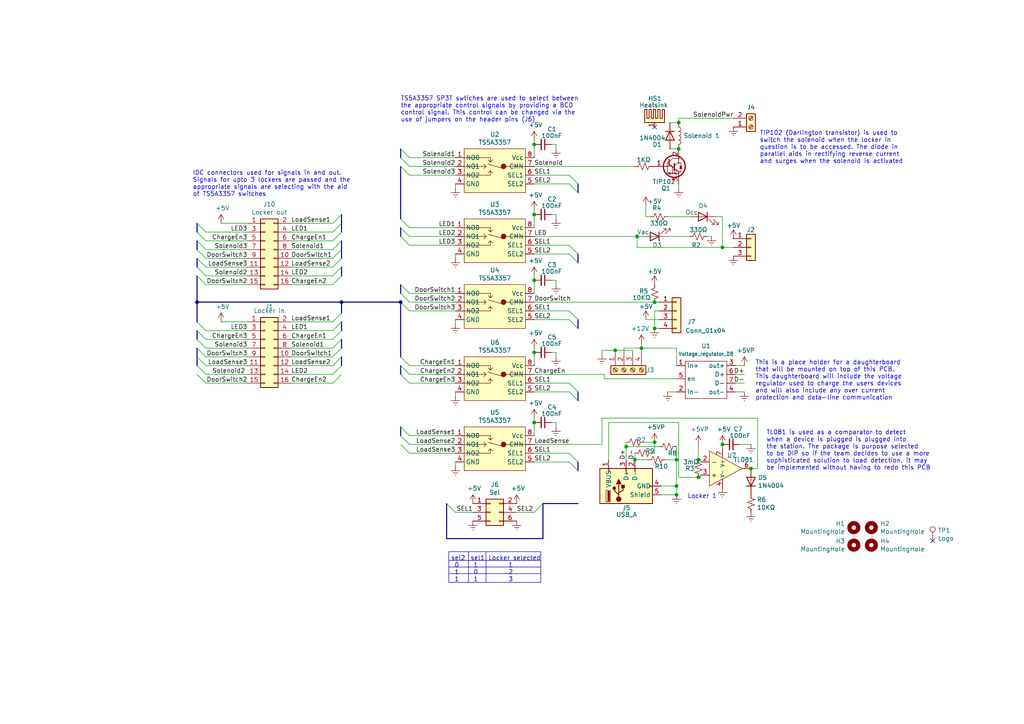
<source format=kicad_sch>
(kicad_sch (version 20200512) (host eeschema "(5.99.0-1662-g9db296991)")
  (page 1 1)
  (paper "A4")
  (title_block (title "Locker DaughterBoard") (date "2020-05-18") (rev "4.0") (company "SlugCharge") (comment 1 "Designer: Aditya Sehgal"))
  (lib_symbols
    (symbol "Connector:Screw_Terminal_01x02" (pin_names hide)
      (property "Reference" "J" (at 0 2.54 0))
      (property "Value" "Screw_Terminal_01x02" (at 0 -5.08 0))
      (symbol "Screw_Terminal_01x02_1_1"
        (pin passive line (at -5.08 0 0) (length 3.81) (name "Pin_1") (number "1"))
        (pin passive line (at -5.08 -2.54 0) (length 3.81) (name "Pin_2") (number "2"))
      )
    )
    (symbol "Connector:Screw_Terminal_01x04" (pin_names hide)
      (property "Reference" "J" (at 0 5.08 0))
      (property "Value" "Screw_Terminal_01x04" (at 0 -7.62 0))
      (symbol "Screw_Terminal_01x04_1_1"
        (pin passive line (at -5.08 2.54 0) (length 3.81) (name "Pin_1") (number "1"))
        (pin passive line (at -5.08 0 0) (length 3.81) (name "Pin_2") (number "2"))
        (pin passive line (at -5.08 -2.54 0) (length 3.81) (name "Pin_3") (number "3"))
        (pin passive line (at -5.08 -5.08 0) (length 3.81) (name "Pin_4") (number "4"))
      )
    )
    (symbol "Connector:TestPoint" (pin_numbers hide) (pin_names (offset 0.762) hide)
      (property "Reference" "TP" (at 0 6.858 0))
      (property "Value" "TestPoint" (at 0 5.08 0))
      (symbol "TestPoint_1_1"
        (pin passive line (at 0 0 90) (length 2.54) (name "1") (number "1"))
      )
    )
    (symbol "Connector:USB_A"
      (property "Reference" "J" (at -5.08 11.43 0))
      (property "Value" "USB_A" (at -5.08 8.89 0))
      (symbol "USB_A_1_1"
        (pin power_in line (at 7.62 5.08 180) (length 2.54) (name "VBUS") (number "1"))
        (pin passive line (at 7.62 -2.54 180) (length 2.54) (name "D-") (number "2"))
        (pin passive line (at 7.62 0 180) (length 2.54) (name "D+") (number "3"))
        (pin power_in line (at 0 -10.16 90) (length 2.54) (name "GND") (number "4"))
        (pin passive line (at -2.54 -10.16 90) (length 2.54) (name "Shield") (number "5"))
      )
    )
    (symbol "Connector_Generic:Conn_01x03" (pin_names hide)
      (property "Reference" "J" (at 0 5.08 0))
      (property "Value" "Conn_01x03" (at 0 -5.08 0))
      (symbol "Conn_01x03_1_1"
        (pin passive line (at -5.08 2.54 0) (length 3.81) (name "Pin_1") (number "1"))
        (pin passive line (at -5.08 0 0) (length 3.81) (name "Pin_2") (number "2"))
        (pin passive line (at -5.08 -2.54 0) (length 3.81) (name "Pin_3") (number "3"))
      )
    )
    (symbol "Connector_Generic:Conn_01x04" (pin_names hide)
      (property "Reference" "J" (at 0 5.08 0))
      (property "Value" "Conn_01x04" (at 0 -7.62 0))
      (symbol "Conn_01x04_1_1"
        (pin passive line (at -5.08 2.54 0) (length 3.81) (name "Pin_1") (number "1"))
        (pin passive line (at -5.08 0 0) (length 3.81) (name "Pin_2") (number "2"))
        (pin passive line (at -5.08 -2.54 0) (length 3.81) (name "Pin_3") (number "3"))
        (pin passive line (at -5.08 -5.08 0) (length 3.81) (name "Pin_4") (number "4"))
      )
    )
    (symbol "Connector_Generic:Conn_02x03_Odd_Even" (pin_names hide)
      (property "Reference" "J" (at 1.27 5.08 0))
      (property "Value" "Conn_02x03_Odd_Even" (at 1.27 -5.08 0))
      (symbol "Conn_02x03_Odd_Even_1_1"
        (pin passive line (at -5.08 2.54 0) (length 3.81) (name "Pin_1") (number "1"))
        (pin passive line (at 7.62 2.54 180) (length 3.81) (name "Pin_2") (number "2"))
        (pin passive line (at -5.08 0 0) (length 3.81) (name "Pin_3") (number "3"))
        (pin passive line (at 7.62 0 180) (length 3.81) (name "Pin_4") (number "4"))
        (pin passive line (at -5.08 -2.54 0) (length 3.81) (name "Pin_5") (number "5"))
        (pin passive line (at 7.62 -2.54 180) (length 3.81) (name "Pin_6") (number "6"))
      )
    )
    (symbol "Connector_Generic:Conn_02x08_Odd_Even" (pin_names hide)
      (property "Reference" "J" (at 1.27 10.16 0))
      (property "Value" "Conn_02x08_Odd_Even" (at 1.27 -12.7 0))
      (symbol "Conn_02x08_Odd_Even_1_1"
        (pin passive line (at -5.08 7.62 0) (length 3.81) (name "Pin_1") (number "1"))
        (pin passive line (at 7.62 -2.54 180) (length 3.81) (name "Pin_10") (number "10"))
        (pin passive line (at -5.08 -5.08 0) (length 3.81) (name "Pin_11") (number "11"))
        (pin passive line (at 7.62 -5.08 180) (length 3.81) (name "Pin_12") (number "12"))
        (pin passive line (at -5.08 -7.62 0) (length 3.81) (name "Pin_13") (number "13"))
        (pin passive line (at 7.62 -7.62 180) (length 3.81) (name "Pin_14") (number "14"))
        (pin passive line (at -5.08 -10.16 0) (length 3.81) (name "Pin_15") (number "15"))
        (pin passive line (at 7.62 -10.16 180) (length 3.81) (name "Pin_16") (number "16"))
        (pin passive line (at 7.62 7.62 180) (length 3.81) (name "Pin_2") (number "2"))
        (pin passive line (at -5.08 5.08 0) (length 3.81) (name "Pin_3") (number "3"))
        (pin passive line (at 7.62 5.08 180) (length 3.81) (name "Pin_4") (number "4"))
        (pin passive line (at -5.08 2.54 0) (length 3.81) (name "Pin_5") (number "5"))
        (pin passive line (at 7.62 2.54 180) (length 3.81) (name "Pin_6") (number "6"))
        (pin passive line (at -5.08 0 0) (length 3.81) (name "Pin_7") (number "7"))
        (pin passive line (at 7.62 0 180) (length 3.81) (name "Pin_8") (number "8"))
        (pin passive line (at -5.08 -2.54 0) (length 3.81) (name "Pin_9") (number "9"))
      )
    )
    (symbol "Custom_Symbols:TL081"
      (property "Reference" "U" (at -12.065 12.065 0))
      (property "Value" "TL081" (at -12.065 12.065 0))
      (symbol "TL081_1_1"
        (pin input line (at -2.54 5.715 0) (length 2.54) (name "-") (number "2"))
        (pin input line (at -2.54 1.905 0) (length 2.54) (name "+") (number "3"))
        (pin input line (at 3.81 -1.905 90) (length 2.54) (name "V-") (number "4"))
        (pin input line (at 12.065 3.81 180) (length 2.54) (name "~") (number "6"))
        (pin input line (at 3.81 9.525 270) (length 2.54) (name "V+") (number "7"))
      )
    )
    (symbol "Custom_Symbols:TS5A3357"
      (property "Reference" "U" (at 8.89 11.43 0))
      (property "Value" "TS5A3357" (at 8.89 13.335 0))
      (symbol "TS5A3357_1_1"
        (pin bidirectional line (at -2.54 10.16 0) (length 2.54) (name "NO0") (number "1"))
        (pin bidirectional line (at -2.54 7.62 0) (length 2.54) (name "NO1") (number "2"))
        (pin bidirectional line (at -2.54 5.08 0) (length 2.54) (name "NO2") (number "3"))
        (pin passive line (at -2.54 2.54 0) (length 2.54) (name "GND") (number "4"))
        (pin input line (at 20.32 2.54 180) (length 2.54) (name "SEL2") (number "5"))
        (pin input line (at 20.32 5.08 180) (length 2.54) (name "SEL1") (number "6"))
        (pin bidirectional line (at 20.32 7.62 180) (length 2.54) (name "CMN") (number "7"))
        (pin passive line (at 20.32 10.16 180) (length 2.54) (name "Vcc") (number "8"))
      )
    )
    (symbol "Custom_Symbols_new:Voltage_regulator_DB"
      (property "Reference" "U" (at 5.08 5.08 0))
      (property "Value" "Voltage_regulator_DB" (at 6.35 11.43 0))
      (symbol "Voltage_regulator_DB_1_1"
        (pin power_in line (at -2.54 9.525 0) (length 2.54) (name "in+") (number "1"))
        (pin power_in line (at -2.54 1.905 0) (length 2.54) (name "in-") (number "2"))
        (pin power_in line (at 14.605 9.525 180) (length 2.54) (name "out+") (number "3"))
        (pin power_in line (at 14.605 1.905 180) (length 2.54) (name "out-") (number "4"))
        (pin input line (at -2.54 5.715 0) (length 2.54) (name "en") (number "5"))
        (pin input line (at 14.605 6.985 180) (length 2.54) (name "D+") (number "6"))
        (pin input line (at 14.605 4.445 180) (length 2.54) (name "D-") (number "7"))
      )
    )
    (symbol "Device:C_Small" (pin_numbers hide) (pin_names (offset 0.254) hide)
      (property "Reference" "C" (at 0.254 1.778 0))
      (property "Value" "C_Small" (at 0.254 -2.032 0))
      (symbol "C_Small_1_1"
        (pin passive line (at 0 2.54 270) (length 2.032) (name "~") (number "1"))
        (pin passive line (at 0 -2.54 90) (length 2.032) (name "~") (number "2"))
      )
    )
    (symbol "Device:C_Small_1" (pin_numbers hide) (pin_names (offset 0.254) hide)
      (property "Reference" "C" (at 0.254 1.778 0))
      (property "Value" "C_Small" (at 0.254 -2.032 0))
      (symbol "C_Small_1_1_1"
        (pin passive line (at 0 2.54 270) (length 2.032) (name "~") (number "1"))
        (pin passive line (at 0 -2.54 90) (length 2.032) (name "~") (number "2"))
      )
    )
    (symbol "Device:C_Small_2" (pin_numbers hide) (pin_names (offset 0.254) hide)
      (property "Reference" "C" (at 0.254 1.778 0))
      (property "Value" "C_Small" (at 0.254 -2.032 0))
      (symbol "C_Small_2_1_1"
        (pin passive line (at 0 2.54 270) (length 2.032) (name "~") (number "1"))
        (pin passive line (at 0 -2.54 90) (length 2.032) (name "~") (number "2"))
      )
    )
    (symbol "Device:C_Small_3" (pin_numbers hide) (pin_names (offset 0.254) hide)
      (property "Reference" "C" (at 0.254 1.778 0))
      (property "Value" "C_Small" (at 0.254 -2.032 0))
      (symbol "C_Small_3_1_1"
        (pin passive line (at 0 2.54 270) (length 2.032) (name "~") (number "1"))
        (pin passive line (at 0 -2.54 90) (length 2.032) (name "~") (number "2"))
      )
    )
    (symbol "Device:C_Small_4" (pin_numbers hide) (pin_names (offset 0.254) hide)
      (property "Reference" "C" (at 0.254 1.778 0))
      (property "Value" "C_Small" (at 0.254 -2.032 0))
      (symbol "C_Small_4_1_1"
        (pin passive line (at 0 2.54 270) (length 2.032) (name "~") (number "1"))
        (pin passive line (at 0 -2.54 90) (length 2.032) (name "~") (number "2"))
      )
    )
    (symbol "Device:C_Small_5" (pin_numbers hide) (pin_names (offset 0.254) hide)
      (property "Reference" "C" (at 0.254 1.778 0))
      (property "Value" "C_Small" (at 0.254 -2.032 0))
      (symbol "C_Small_5_1_1"
        (pin passive line (at 0 2.54 270) (length 2.032) (name "~") (number "1"))
        (pin passive line (at 0 -2.54 90) (length 2.032) (name "~") (number "2"))
      )
    )
    (symbol "Device:D" (pin_numbers hide) (pin_names hide)
      (property "Reference" "D" (at 0 2.54 0))
      (property "Value" "D" (at 0 -2.54 0))
      (symbol "D_1_1"
        (pin passive line (at -3.81 0 0) (length 2.54) (name "K") (number "1"))
        (pin passive line (at 3.81 0 180) (length 2.54) (name "A") (number "2"))
      )
    )
    (symbol "Device:L" (pin_numbers hide) (pin_names hide)
      (property "Reference" "L" (at -1.27 0 90))
      (property "Value" "L" (at 1.905 0 90))
      (symbol "L_1_1"
        (pin passive line (at 0 3.81 270) (length 1.27) (name "1") (number "1"))
        (pin passive line (at 0 -3.81 90) (length 1.27) (name "2") (number "2"))
      )
    )
    (symbol "Device:LED" (pin_numbers hide) (pin_names hide)
      (property "Reference" "D" (at 0 2.54 0))
      (property "Value" "LED" (at 0 -2.54 0))
      (symbol "LED_1_1"
        (pin passive line (at -3.81 0 0) (length 2.54) (name "K") (number "1"))
        (pin passive line (at 3.81 0 180) (length 2.54) (name "A") (number "2"))
      )
    )
    (symbol "Device:LED_1" (pin_numbers hide) (pin_names hide)
      (property "Reference" "D" (at 0 2.54 0))
      (property "Value" "LED" (at 0 -2.54 0))
      (symbol "LED_1_1_1"
        (pin passive line (at -3.81 0 0) (length 2.54) (name "K") (number "1"))
        (pin passive line (at 3.81 0 180) (length 2.54) (name "A") (number "2"))
      )
    )
    (symbol "Device:R_Small_US" (pin_numbers hide) (pin_names (offset 0.254) hide)
      (property "Reference" "R" (at 0.762 0.508 0))
      (property "Value" "R_Small_US" (at 0.762 -1.016 0))
      (symbol "R_Small_US_1_1"
        (pin passive line (at 0 2.54 270) (length 1.016) (name "~") (number "1"))
        (pin passive line (at 0 -2.54 90) (length 1.016) (name "~") (number "2"))
      )
    )
    (symbol "Device:R_Small_US_1" (pin_numbers hide) (pin_names (offset 0.254) hide)
      (property "Reference" "R" (at 0.762 0.508 0))
      (property "Value" "R_Small_US" (at 0.762 -1.016 0))
      (symbol "R_Small_US_1_1_1"
        (pin passive line (at 0 2.54 270) (length 1.016) (name "~") (number "1"))
        (pin passive line (at 0 -2.54 90) (length 1.016) (name "~") (number "2"))
      )
    )
    (symbol "Device:R_Small_US_2" (pin_numbers hide) (pin_names (offset 0.254) hide)
      (property "Reference" "R" (at 0.762 0.508 0))
      (property "Value" "R_Small_US" (at 0.762 -1.016 0))
      (symbol "R_Small_US_2_1_1"
        (pin passive line (at 0 2.54 270) (length 1.016) (name "~") (number "1"))
        (pin passive line (at 0 -2.54 90) (length 1.016) (name "~") (number "2"))
      )
    )
    (symbol "Device:R_Small_US_3" (pin_numbers hide) (pin_names (offset 0.254) hide)
      (property "Reference" "R" (at 0.762 0.508 0))
      (property "Value" "R_Small_US" (at 0.762 -1.016 0))
      (symbol "R_Small_US_3_1_1"
        (pin passive line (at 0 2.54 270) (length 1.016) (name "~") (number "1"))
        (pin passive line (at 0 -2.54 90) (length 1.016) (name "~") (number "2"))
      )
    )
    (symbol "Diode:1N4004" (pin_numbers hide) (pin_names hide)
      (property "Reference" "D" (at 0 2.54 0))
      (property "Value" "1N4004" (at 0 -2.54 0))
      (symbol "1N4004_1_1"
        (pin passive line (at -3.81 0 0) (length 2.54) (name "K") (number "1"))
        (pin passive line (at 3.81 0 180) (length 2.54) (name "A") (number "2"))
      )
    )
    (symbol "Mechanical:Heatsink_Pad" (pin_names (offset 0))
      (property "Reference" "HS" (at 0 5.715 0))
      (property "Value" "Heatsink_Pad" (at 0 3.81 0))
      (symbol "Heatsink_Pad_1_1"
        (pin passive line (at 0 -2.54 90) (length 1.27) (name "~") (number "1"))
      )
    )
    (symbol "Mechanical:MountingHole"
      (property "Reference" "H" (at 0 5.08 0))
      (property "Value" "MountingHole" (at 0 3.175 0))
    )
    (symbol "Transistor_BJT:TIP120" (pin_names (offset 0) hide)
      (property "Reference" "Q" (at 5.08 1.905 0))
      (property "Value" "TIP120" (at 5.08 0 0))
      (symbol "TIP120_1_1"
        (pin input line (at -5.08 0 0) (length 3.81) (name "B") (number "1"))
        (pin passive line (at 2.54 5.08 270) (length 2.667) (name "C") (number "2"))
        (pin passive line (at 2.54 -5.08 90) (length 2.54) (name "E") (number "3"))
      )
    )
    (symbol "power:+12V" (power) (pin_names (offset 0))
      (property "Value" "+12V" (at 0 3.556 0))
      (symbol "+12V_1_1"
        (pin power_in line (at 0 0 90) (length 0) (name "+12V") (number "1") hide)
      )
    )
    (symbol "power:+5V" (power) (pin_names (offset 0))
      (property "Value" "+5V" (at 0 3.556 0))
      (symbol "+5V_1_1"
        (pin power_in line (at 0 0 90) (length 0) (name "+5V") (number "1") hide)
      )
    )
    (symbol "power:+5VP" (power) (pin_names (offset 0))
      (property "Value" "+5VP" (at 0 3.556 0))
      (symbol "+5VP_1_1"
        (pin power_in line (at 0 0 90) (length 0) (name "+5VP") (number "1") hide)
      )
    )
    (symbol "power:GNDREF" (power) (pin_names (offset 0))
      (property "Value" "GNDREF" (at 0 -3.81 0))
      (symbol "GNDREF_1_1"
        (pin power_in line (at 0 0 270) (length 0) (name "GNDREF") (number "1") hide)
      )
    )
  )
  (junction (at 154.94 41.91))
  (junction (at 154.94 62.23))
  (junction (at 154.94 81.28))
  (junction (at 154.94 102.235))
  (junction (at 154.94 122.555))
  (junction (at 178.435 101.6))
  (junction (at 181.61 129.54))
  (junction (at 184.15 133.35))
  (junction (at 184.785 68.58))
  (junction (at 186.055 100.965))
  (junction (at 189.865 87.63))
  (junction (at 189.865 95.25))
  (junction (at 189.865 128.27))
  (junction (at 196.215 133.35))
  (junction (at 196.215 140.97))
  (junction (at 196.215 143.51))
  (junction (at 196.85 35.56))
  (junction (at 196.85 43.18))
  (junction (at 202.565 133.35))
  (junction (at 202.565 138.43))
  (junction (at 209.55 71.755))
  (junction (at 209.55 128.905))
  (junction (at 217.805 135.89))
  (junction (at 57.15 87.63))
  (junction (at 99.06 87.63))
  (junction (at 116.205 87.63))
  (no_connect (at 189.865 36.83))
  (no_connect (at 270.51 156.845))
  (bus_entry (at 59.69 67.31) (size -2.54 -2.54))
  (bus_entry (at 59.69 69.85) (size -2.54 -2.54))
  (bus_entry (at 59.69 72.39) (size -2.54 -2.54))
  (bus_entry (at 59.69 74.93) (size -2.54 -2.54))
  (bus_entry (at 59.69 77.47) (size -2.54 -2.54))
  (bus_entry (at 59.69 80.01) (size -2.54 -2.54))
  (bus_entry (at 59.69 82.55) (size -2.54 -2.54))
  (bus_entry (at 59.69 95.885) (size -2.54 -2.54))
  (bus_entry (at 59.69 98.425) (size -2.54 -2.54))
  (bus_entry (at 59.69 100.965) (size -2.54 -2.54))
  (bus_entry (at 59.69 103.505) (size -2.54 -2.54))
  (bus_entry (at 59.69 106.045) (size -2.54 -2.54))
  (bus_entry (at 59.69 108.585) (size -2.54 -2.54))
  (bus_entry (at 59.69 111.125) (size -2.54 -2.54))
  (bus_entry (at 96.52 64.77) (size 2.54 -2.54))
  (bus_entry (at 96.52 67.31) (size 2.54 -2.54))
  (bus_entry (at 96.52 69.85) (size 2.54 -2.54))
  (bus_entry (at 96.52 72.39) (size 2.54 -2.54))
  (bus_entry (at 96.52 74.93) (size 2.54 -2.54))
  (bus_entry (at 96.52 77.47) (size 2.54 -2.54))
  (bus_entry (at 96.52 80.01) (size 2.54 -2.54))
  (bus_entry (at 96.52 82.55) (size 2.54 -2.54))
  (bus_entry (at 96.52 93.345) (size 2.54 -2.54))
  (bus_entry (at 96.52 95.885) (size 2.54 -2.54))
  (bus_entry (at 96.52 98.425) (size 2.54 -2.54))
  (bus_entry (at 96.52 100.965) (size 2.54 -2.54))
  (bus_entry (at 96.52 103.505) (size 2.54 -2.54))
  (bus_entry (at 96.52 106.045) (size 2.54 -2.54))
  (bus_entry (at 96.52 108.585) (size 2.54 -2.54))
  (bus_entry (at 96.52 111.125) (size 2.54 -2.54))
  (bus_entry (at 118.745 45.72) (size -2.54 -2.54))
  (bus_entry (at 118.745 48.26) (size -2.54 -2.54))
  (bus_entry (at 118.745 50.8) (size -2.54 -2.54))
  (bus_entry (at 118.745 66.04) (size -2.54 -2.54))
  (bus_entry (at 118.745 68.58) (size -2.54 -2.54))
  (bus_entry (at 118.745 71.12) (size -2.54 -2.54))
  (bus_entry (at 118.745 85.09) (size -2.54 -2.54))
  (bus_entry (at 118.745 87.63) (size -2.54 -2.54))
  (bus_entry (at 118.745 90.17) (size -2.54 -2.54))
  (bus_entry (at 118.745 106.045) (size -2.54 -2.54))
  (bus_entry (at 118.745 108.585) (size -2.54 -2.54))
  (bus_entry (at 118.745 111.125) (size -2.54 -2.54))
  (bus_entry (at 118.745 126.365) (size -2.54 -2.54))
  (bus_entry (at 118.745 128.905) (size -2.54 -2.54))
  (bus_entry (at 118.745 131.445) (size -2.54 -2.54))
  (bus_entry (at 132.08 148.59) (size -2.54 -2.54))
  (bus_entry (at 154.94 148.59) (size 2.54 -2.54))
  (bus_entry (at 165.1 50.8) (size 2.54 2.54))
  (bus_entry (at 165.1 53.34) (size 2.54 2.54))
  (bus_entry (at 165.1 71.12) (size 2.54 2.54))
  (bus_entry (at 165.1 73.66) (size 2.54 2.54))
  (bus_entry (at 165.1 90.17) (size 2.54 2.54))
  (bus_entry (at 165.1 92.71) (size 2.54 2.54))
  (bus_entry (at 165.1 111.125) (size 2.54 2.54))
  (bus_entry (at 165.1 113.665) (size 2.54 2.54))
  (bus_entry (at 165.1 131.445) (size 2.54 2.54))
  (bus_entry (at 165.1 133.985) (size 2.54 2.54))
  (wire (pts (xy 59.69 69.85) (xy 71.755 69.85)))
  (wire (pts (xy 59.69 72.39) (xy 71.755 72.39)))
  (wire (pts (xy 59.69 74.93) (xy 71.755 74.93)))
  (wire (pts (xy 59.69 77.47) (xy 71.755 77.47)))
  (wire (pts (xy 59.69 80.01) (xy 71.755 80.01)))
  (wire (pts (xy 59.69 82.55) (xy 71.755 82.55)))
  (wire (pts (xy 59.69 98.425) (xy 71.755 98.425)))
  (wire (pts (xy 59.69 100.965) (xy 71.755 100.965)))
  (wire (pts (xy 59.69 103.505) (xy 71.755 103.505)))
  (wire (pts (xy 59.69 106.045) (xy 71.755 106.045)))
  (wire (pts (xy 59.69 108.585) (xy 71.755 108.585)))
  (wire (pts (xy 59.69 111.125) (xy 71.755 111.125)))
  (wire (pts (xy 64.135 64.77) (xy 71.755 64.77)))
  (wire (pts (xy 64.135 93.345) (xy 71.755 93.345)))
  (wire (pts (xy 71.755 67.31) (xy 59.69 67.31)))
  (wire (pts (xy 71.755 95.885) (xy 59.69 95.885)))
  (wire (pts (xy 84.455 64.77) (xy 96.52 64.77)))
  (wire (pts (xy 84.455 67.31) (xy 96.52 67.31)))
  (wire (pts (xy 84.455 69.85) (xy 96.52 69.85)))
  (wire (pts (xy 84.455 72.39) (xy 96.52 72.39)))
  (wire (pts (xy 84.455 74.93) (xy 96.52 74.93)))
  (wire (pts (xy 84.455 77.47) (xy 96.52 77.47)))
  (wire (pts (xy 84.455 80.01) (xy 96.52 80.01)))
  (wire (pts (xy 84.455 82.55) (xy 96.52 82.55)))
  (wire (pts (xy 84.455 93.345) (xy 96.52 93.345)))
  (wire (pts (xy 84.455 95.885) (xy 96.52 95.885)))
  (wire (pts (xy 84.455 98.425) (xy 96.52 98.425)))
  (wire (pts (xy 84.455 100.965) (xy 96.52 100.965)))
  (wire (pts (xy 84.455 103.505) (xy 96.52 103.505)))
  (wire (pts (xy 84.455 106.045) (xy 96.52 106.045)))
  (wire (pts (xy 84.455 108.585) (xy 96.52 108.585)))
  (wire (pts (xy 84.455 111.125) (xy 96.52 111.125)))
  (wire (pts (xy 118.745 45.72) (xy 132.08 45.72)))
  (wire (pts (xy 118.745 48.26) (xy 132.08 48.26)))
  (wire (pts (xy 118.745 50.8) (xy 132.08 50.8)))
  (wire (pts (xy 118.745 66.04) (xy 132.08 66.04)))
  (wire (pts (xy 118.745 68.58) (xy 132.08 68.58)))
  (wire (pts (xy 118.745 71.12) (xy 132.08 71.12)))
  (wire (pts (xy 118.745 85.09) (xy 132.08 85.09)))
  (wire (pts (xy 118.745 87.63) (xy 132.08 87.63)))
  (wire (pts (xy 118.745 90.17) (xy 132.08 90.17)))
  (wire (pts (xy 118.745 106.045) (xy 132.08 106.045)))
  (wire (pts (xy 118.745 108.585) (xy 132.08 108.585)))
  (wire (pts (xy 118.745 111.125) (xy 132.08 111.125)))
  (wire (pts (xy 118.745 126.365) (xy 132.08 126.365)))
  (wire (pts (xy 118.745 128.905) (xy 132.08 128.905)))
  (wire (pts (xy 118.745 131.445) (xy 132.08 131.445)))
  (wire (pts (xy 132.08 53.34) (xy 132.08 54.61)))
  (wire (pts (xy 132.08 73.66) (xy 132.08 74.93)))
  (wire (pts (xy 132.08 92.71) (xy 132.08 93.98)))
  (wire (pts (xy 132.08 113.665) (xy 132.08 114.935)))
  (wire (pts (xy 132.08 133.985) (xy 132.08 135.255)))
  (wire (pts (xy 132.08 148.59) (xy 137.16 148.59)))
  (wire (pts (xy 149.86 148.59) (xy 154.94 148.59)))
  (wire (pts (xy 154.94 40.64) (xy 154.94 41.91)))
  (wire (pts (xy 154.94 41.91) (xy 154.94 45.72)))
  (wire (pts (xy 154.94 48.26) (xy 184.15 48.26)))
  (wire (pts (xy 154.94 50.8) (xy 165.1 50.8)))
  (wire (pts (xy 154.94 53.34) (xy 165.1 53.34)))
  (wire (pts (xy 154.94 60.96) (xy 154.94 62.23)))
  (wire (pts (xy 154.94 62.23) (xy 154.94 66.04)))
  (wire (pts (xy 154.94 68.58) (xy 184.785 68.58)))
  (wire (pts (xy 154.94 71.12) (xy 165.1 71.12)))
  (wire (pts (xy 154.94 73.66) (xy 165.1 73.66)))
  (wire (pts (xy 154.94 80.01) (xy 154.94 81.28)))
  (wire (pts (xy 154.94 81.28) (xy 154.94 85.09)))
  (wire (pts (xy 154.94 87.63) (xy 189.865 87.63)))
  (wire (pts (xy 154.94 90.17) (xy 165.1 90.17)))
  (wire (pts (xy 154.94 92.71) (xy 165.1 92.71)))
  (wire (pts (xy 154.94 100.965) (xy 154.94 102.235)))
  (wire (pts (xy 154.94 102.235) (xy 154.94 106.045)))
  (wire (pts (xy 154.94 108.585) (xy 175.26 108.585)))
  (wire (pts (xy 154.94 111.125) (xy 165.1 111.125)))
  (wire (pts (xy 154.94 113.665) (xy 165.1 113.665)))
  (wire (pts (xy 154.94 121.285) (xy 154.94 122.555)))
  (wire (pts (xy 154.94 122.555) (xy 154.94 126.365)))
  (wire (pts (xy 154.94 128.905) (xy 174.625 128.905)))
  (wire (pts (xy 154.94 131.445) (xy 165.1 131.445)))
  (wire (pts (xy 154.94 133.985) (xy 165.1 133.985)))
  (wire (pts (xy 160.02 41.91) (xy 161.29 41.91)))
  (wire (pts (xy 160.02 62.23) (xy 161.29 62.23)))
  (wire (pts (xy 160.02 81.28) (xy 161.29 81.28)))
  (wire (pts (xy 160.02 102.235) (xy 161.29 102.235)))
  (wire (pts (xy 161.29 41.91) (xy 161.29 43.18)))
  (wire (pts (xy 161.29 62.23) (xy 161.29 63.5)))
  (wire (pts (xy 161.29 81.28) (xy 161.29 82.55)))
  (wire (pts (xy 161.29 102.235) (xy 161.29 103.505)))
  (wire (pts (xy 161.29 122.555) (xy 160.02 122.555)))
  (wire (pts (xy 161.29 123.825) (xy 161.29 122.555)))
  (wire (pts (xy 174.625 101.6) (xy 178.435 101.6)))
  (wire (pts (xy 174.625 102.87) (xy 174.625 101.6)))
  (wire (pts (xy 174.625 121.285) (xy 174.625 128.905)))
  (wire (pts (xy 175.26 108.585) (xy 175.26 109.855)))
  (wire (pts (xy 175.26 109.855) (xy 196.215 109.855)))
  (wire (pts (xy 176.53 122.555) (xy 176.53 133.35)))
  (wire (pts (xy 178.435 101.6) (xy 178.435 102.235)))
  (wire (pts (xy 178.435 101.6) (xy 183.515 101.6)))
  (wire (pts (xy 180.975 100.965) (xy 186.055 100.965)))
  (wire (pts (xy 180.975 102.235) (xy 180.975 100.965)))
  (wire (pts (xy 181.61 128.27) (xy 181.61 129.54)))
  (wire (pts (xy 181.61 129.54) (xy 181.61 133.35)))
  (wire (pts (xy 181.61 129.54) (xy 191.135 129.54)))
  (wire (pts (xy 183.515 101.6) (xy 183.515 102.235)))
  (wire (pts (xy 184.15 131.445) (xy 184.15 133.35)))
  (wire (pts (xy 184.15 133.35) (xy 187.96 133.35)))
  (wire (pts (xy 184.785 68.58) (xy 184.785 71.755)))
  (wire (pts (xy 184.785 68.58) (xy 186.055 68.58)))
  (wire (pts (xy 184.785 71.755) (xy 209.55 71.755)))
  (wire (pts (xy 186.055 99.695) (xy 186.055 100.965)))
  (wire (pts (xy 186.055 100.965) (xy 186.055 102.235)))
  (wire (pts (xy 186.055 100.965) (xy 196.215 100.965)))
  (wire (pts (xy 186.69 128.27) (xy 189.865 128.27)))
  (wire (pts (xy 187.325 59.69) (xy 187.325 62.865)))
  (wire (pts (xy 188.595 62.865) (xy 187.325 62.865)))
  (wire (pts (xy 189.865 87.63) (xy 191.135 87.63)))
  (wire (pts (xy 189.865 90.17) (xy 189.865 95.25)))
  (wire (pts (xy 189.865 128.27) (xy 189.865 131.445)))
  (wire (pts (xy 189.865 131.445) (xy 189.23 131.445)))
  (wire (pts (xy 191.135 90.17) (xy 189.865 90.17)))
  (wire (pts (xy 191.135 92.71) (xy 187.325 92.71)))
  (wire (pts (xy 191.135 95.25) (xy 189.865 95.25)))
  (wire (pts (xy 191.77 140.97) (xy 196.215 140.97)))
  (wire (pts (xy 193.04 133.35) (xy 196.215 133.35)))
  (wire (pts (xy 193.675 68.58) (xy 200.025 68.58)))
  (wire (pts (xy 193.675 113.665) (xy 196.215 113.665)))
  (wire (pts (xy 194.31 35.56) (xy 196.85 35.56)))
  (wire (pts (xy 196.215 100.965) (xy 196.215 106.045)))
  (wire (pts (xy 196.215 129.54) (xy 196.215 133.35)))
  (wire (pts (xy 196.215 133.35) (xy 196.215 140.97)))
  (wire (pts (xy 196.215 140.97) (xy 196.215 143.51)))
  (wire (pts (xy 196.215 143.51) (xy 191.77 143.51)))
  (wire (pts (xy 196.85 34.29) (xy 196.85 35.56)))
  (wire (pts (xy 196.85 34.29) (xy 212.725 34.29)))
  (wire (pts (xy 196.85 43.18) (xy 194.31 43.18)))
  (wire (pts (xy 196.85 53.34) (xy 196.85 54.61)))
  (wire (pts (xy 196.85 122.555) (xy 176.53 122.555)))
  (wire (pts (xy 196.85 138.43) (xy 196.85 122.555)))
  (wire (pts (xy 200.025 62.865) (xy 193.675 62.865)))
  (wire (pts (xy 202.565 128.905) (xy 202.565 133.35)))
  (wire (pts (xy 202.565 138.43) (xy 196.85 138.43)))
  (wire (pts (xy 203.2 133.35) (xy 202.565 133.35)))
  (wire (pts (xy 203.2 133.985) (xy 203.2 133.35)))
  (wire (pts (xy 203.2 137.795) (xy 203.2 138.43)))
  (wire (pts (xy 203.2 138.43) (xy 202.565 138.43)))
  (wire (pts (xy 205.105 68.58) (xy 206.375 68.58)))
  (wire (pts (xy 207.645 62.865) (xy 209.55 62.865)))
  (wire (pts (xy 209.55 62.865) (xy 209.55 71.755)))
  (wire (pts (xy 209.55 71.755) (xy 212.725 71.755)))
  (wire (pts (xy 209.55 128.905) (xy 209.55 130.175)))
  (wire (pts (xy 215.9 106.045) (xy 213.36 106.045)))
  (wire (pts (xy 215.9 108.585) (xy 213.36 108.585)))
  (wire (pts (xy 215.9 111.125) (xy 213.36 111.125)))
  (wire (pts (xy 215.9 113.665) (xy 213.36 113.665)))
  (wire (pts (xy 217.805 128.905) (xy 214.63 128.905)))
  (wire (pts (xy 219.71 121.285) (xy 174.625 121.285)))
  (wire (pts (xy 219.71 121.285) (xy 219.71 135.89)))
  (wire (pts (xy 219.71 135.89) (xy 217.805 135.89)))
  (bus (pts (xy 57.15 64.77) (xy 57.15 69.85)))
  (bus (pts (xy 57.15 69.85) (xy 57.15 74.93)))
  (bus (pts (xy 57.15 74.93) (xy 57.15 80.01)))
  (bus (pts (xy 57.15 80.01) (xy 57.15 87.63)))
  (bus (pts (xy 57.15 87.63) (xy 57.15 95.885)))
  (bus (pts (xy 57.15 87.63) (xy 99.06 87.63)))
  (bus (pts (xy 57.15 95.885) (xy 57.15 100.965)))
  (bus (pts (xy 57.15 100.965) (xy 57.15 103.505)))
  (bus (pts (xy 57.15 103.505) (xy 57.15 108.585)))
  (bus (pts (xy 99.06 62.23) (xy 99.06 64.77)))
  (bus (pts (xy 99.06 64.77) (xy 99.06 69.85)))
  (bus (pts (xy 99.06 69.85) (xy 99.06 72.39)))
  (bus (pts (xy 99.06 72.39) (xy 99.06 77.47)))
  (bus (pts (xy 99.06 77.47) (xy 99.06 87.63)))
  (bus (pts (xy 99.06 87.63) (xy 99.06 93.345)))
  (bus (pts (xy 99.06 87.63) (xy 116.205 87.63)))
  (bus (pts (xy 99.06 93.345) (xy 99.06 98.425)))
  (bus (pts (xy 99.06 98.425) (xy 99.06 103.505)))
  (bus (pts (xy 99.06 103.505) (xy 99.06 108.585)))
  (bus (pts (xy 116.205 43.18) (xy 116.205 48.26)))
  (bus (pts (xy 116.205 48.26) (xy 116.205 66.04)))
  (bus (pts (xy 116.205 66.04) (xy 116.205 82.55)))
  (bus (pts (xy 116.205 82.55) (xy 116.205 87.63)))
  (bus (pts (xy 116.205 87.63) (xy 116.205 106.045)))
  (bus (pts (xy 116.205 106.045) (xy 116.205 123.825)))
  (bus (pts (xy 116.205 123.825) (xy 116.205 128.905)))
  (bus (pts (xy 129.54 146.05) (xy 129.54 156.21)))
  (bus (pts (xy 129.54 156.21) (xy 157.48 156.21)))
  (bus (pts (xy 157.48 146.05) (xy 167.64 146.05)))
  (bus (pts (xy 157.48 156.21) (xy 157.48 146.05)))
  (bus (pts (xy 167.64 53.34) (xy 167.64 73.66)))
  (bus (pts (xy 167.64 73.66) (xy 167.64 92.71)))
  (bus (pts (xy 167.64 92.71) (xy 167.64 113.665)))
  (bus (pts (xy 167.64 113.665) (xy 167.64 133.985)))
  (bus (pts (xy 167.64 133.985) (xy 167.64 146.05)))
  (polyline (pts (xy 130.175 160.02) (xy 130.175 168.91)))
  (polyline (pts (xy 130.175 160.02) (xy 156.845 160.02)))
  (polyline (pts (xy 130.175 162.56) (xy 156.845 162.56)))
  (polyline (pts (xy 130.175 164.465) (xy 156.845 164.465)))
  (polyline (pts (xy 130.175 166.37) (xy 156.845 166.37)))
  (polyline (pts (xy 130.175 168.91) (xy 156.845 168.91)))
  (polyline (pts (xy 135.89 160.02) (xy 135.89 168.91)))
  (polyline (pts (xy 140.97 160.02) (xy 140.97 168.91)))
  (polyline (pts (xy 156.845 160.02) (xy 156.845 168.91)))
  (text "IDC connectors used for signals in and out.\nSignals for upto 3 lockers are passed and the \nappropriate signals are selecting with the aid \nof TS5A3357 switches" (at 55.88 57.15 0) (effects (font (size 1.27 1.27)) (justify left bottom)))
  (text "TS5A3357 SP3T swtiches are used to select between \nthe appropriate control signals by providing a BCD \ncontrol signal. This control can be changed via the \nuse of jumpers on the header pins (J6)" (at 116.205 35.56 0) (effects (font (size 1.27 1.27)) (justify left bottom)))
  (text "sel2\n 0   \n 1   \n 1   " (at 130.81 168.91 0) (effects (font (size 1.27 1.27)) (justify left bottom)))
  (text "Locker selected\n      1\n      2\n      3 " (at 141.605 168.91 0) (effects (font (size 1.27 1.27)) (justify left bottom)))
  (text "sel1 \n   1   \n   0   \n   1   " (at 141.605 168.91 180) (effects (font (size 1.27 1.27)) (justify right bottom)))
  (text "Locker 1" (at 199.39 144.78 0) (effects (font (size 1.27 1.27)) (justify left bottom)))
  (text "This is a place holder for a daughterboard\nthat will be mounted on top of this PCB.\nThis daughterboard will include the voltage\nregulator used to charge the users devices \nand will also include any over current\nprotection and data-line communication" (at 219.075 116.205 0) (effects (font (size 1.27 1.27)) (justify left bottom)))
  (text "TIP102 (Darlington transistor) is used to \nswitch the solenoid when the locker in \nquestion is to be accessed. The diode in\nparallel aids in rectifying reverse current\nand surges when the solenoid is activated" (at 220.345 47.625 0) (effects (font (size 1.27 1.27)) (justify left bottom)))
  (text "TL081 is used as a comparator to detect \nwhen a device is plugged is plugged into\nthe station. The package is purpose selected \nto be DIP so if the team decides to use a more\nsophisticated solution to load detection, it may\nbe implemented without having to redo this PCB" (at 222.25 136.525 0) (effects (font (size 1.27 1.27)) (justify left bottom)))
  (label "Solenoid2" (at 71.12 108.585 180))
  (label "LED3" (at 71.755 67.31 180))
  (label "ChargeEn3" (at 71.755 69.85 180))
  (label "Solenoid3" (at 71.755 72.39 180))
  (label "DoorSwitch3" (at 71.755 74.93 180))
  (label "LoadSense3" (at 71.755 77.47 180))
  (label "Solenoid2" (at 71.755 80.01 180))
  (label "DoorSwitch2" (at 71.755 82.55 180))
  (label "LED3" (at 71.755 95.885 180))
  (label "ChargeEn3" (at 71.755 98.425 180))
  (label "Solenoid3" (at 71.755 100.965 180))
  (label "DoorSwitch3" (at 71.755 103.505 180))
  (label "LoadSense3" (at 71.755 106.045 180))
  (label "DoorSwitch2" (at 71.755 111.125 180))
  (label "LoadSense1" (at 84.455 64.77 0))
  (label "LED1" (at 84.455 67.31 0))
  (label "ChargeEn1" (at 84.455 69.85 0))
  (label "Solenoid1" (at 84.455 72.39 0))
  (label "DoorSwitch1" (at 84.455 74.93 0))
  (label "LoadSense2" (at 84.455 77.47 0))
  (label "LED2" (at 84.455 80.01 0))
  (label "ChargeEn2" (at 84.455 82.55 0))
  (label "LoadSense1" (at 84.455 93.345 0))
  (label "LED1" (at 84.455 95.885 0))
  (label "ChargeEn1" (at 84.455 98.425 0))
  (label "Solenoid1" (at 84.455 100.965 0))
  (label "DoorSwitch1" (at 84.455 103.505 0))
  (label "LoadSense2" (at 84.455 106.045 0))
  (label "LED2" (at 84.455 108.585 0))
  (label "ChargeEn2" (at 84.455 111.125 0))
  (label "Solenoid1" (at 132.08 45.72 180))
  (label "Solenoid2" (at 132.08 48.26 180))
  (label "Solenoid3" (at 132.08 50.8 180))
  (label "LED1" (at 132.08 66.04 180))
  (label "LED2" (at 132.08 68.58 180))
  (label "LED3" (at 132.08 71.12 180))
  (label "DoorSwitch1" (at 132.08 85.09 180))
  (label "DoorSwitch2" (at 132.08 87.63 180))
  (label "DoorSwitch3" (at 132.08 90.17 180))
  (label "ChargeEn1" (at 132.08 106.045 180))
  (label "ChargeEn2" (at 132.08 108.585 180))
  (label "ChargeEn3" (at 132.08 111.125 180))
  (label "LoadSense1" (at 132.08 126.365 180))
  (label "LoadSense2" (at 132.08 128.905 180))
  (label "LoadSense3" (at 132.08 131.445 180))
  (label "SEL1" (at 137.16 148.59 180))
  (label "SEL2" (at 149.86 148.59 0))
  (label "Solenoid" (at 154.94 48.26 0))
  (label "SEL1" (at 154.94 50.8 0))
  (label "SEL2" (at 154.94 53.34 0))
  (label "LED" (at 154.94 68.58 0))
  (label "SEL1" (at 154.94 71.12 0))
  (label "SEL2" (at 154.94 73.66 0))
  (label "DoorSwitch" (at 154.94 87.63 0))
  (label "SEL1" (at 154.94 90.17 0))
  (label "SEL2" (at 154.94 92.71 0))
  (label "ChargeEn" (at 154.94 108.585 0))
  (label "SEL1" (at 154.94 111.125 0))
  (label "SEL2" (at 154.94 113.665 0))
  (label "LoadSense" (at 154.94 128.905 0))
  (label "SEL1" (at 154.94 131.445 0))
  (label "SEL2" (at 154.94 133.985 0))
  (label "D+" (at 181.61 133.35 90))
  (label "D-" (at 184.15 133.35 90))
  (label "SolenoidPwr" (at 212.725 34.29 180))
  (label "D+" (at 215.9 108.585 180))
  (label "D-" (at 215.9 111.125 180))
  (symbol (lib_id "Connector:TestPoint") (at 270.51 156.845 0) (unit 1)
    (property "Reference" "TP1" (at 271.9832 153.8478 0) (effects (justify left)))
    (property "Value" "Logo" (at 271.9832 156.1592 0) (effects (justify left)))
    (property "Footprint" "SDP_non-standard:logoinv" (effects hide))
  )
  (symbol (lib_id "power:+5V") (at 64.135 64.77 0) (unit 1)
    (property "Reference" "#PWR0130" (effects hide))
    (property "Value" "+5V" (at 64.516 60.3758 0))
  )
  (symbol (lib_id "power:+5V") (at 64.135 93.345 0) (unit 1)
    (property "Reference" "#PWR0114" (effects hide))
    (property "Value" "+5V" (at 64.516 88.9508 0))
  )
  (symbol (lib_id "power:+5V") (at 137.16 146.05 0) (unit 1)
    (property "Reference" "#PWR0126" (effects hide))
    (property "Value" "+5V" (at 137.541 141.6558 0))
  )
  (symbol (lib_id "power:+5V") (at 149.86 146.05 0) (unit 1)
    (property "Reference" "#PWR0127" (effects hide))
    (property "Value" "+5V" (at 150.241 141.6558 0))
  )
  (symbol (lib_id "power:+5V") (at 154.94 40.64 0) (unit 1)
    (property "Reference" "#PWR0107" (effects hide))
    (property "Value" "+5V" (at 155.321 36.2458 0))
  )
  (symbol (lib_id "power:+5V") (at 154.94 60.96 0) (unit 1)
    (property "Reference" "#PWR0110" (effects hide))
    (property "Value" "+5V" (at 155.321 56.5658 0))
  )
  (symbol (lib_id "power:+5V") (at 154.94 80.01 0) (unit 1)
    (property "Reference" "#PWR0117" (effects hide))
    (property "Value" "+5V" (at 155.321 75.6158 0))
  )
  (symbol (lib_id "power:+5V") (at 154.94 100.965 0) (unit 1)
    (property "Reference" "#PWR0123" (effects hide))
    (property "Value" "+5V" (at 155.321 96.5708 0))
  )
  (symbol (lib_id "power:+5V") (at 154.94 121.285 0) (unit 1)
    (property "Reference" "#PWR0120" (effects hide))
    (property "Value" "+5V" (at 155.321 116.8908 0))
  )
  (symbol (lib_id "power:+12V") (at 186.055 99.695 0) (mirror y) (unit 1)
    (property "Reference" "#PWR017" (effects hide))
    (property "Value" "+12V" (at 185.674 95.3008 0))
  )
  (symbol (lib_id "power:+5V") (at 187.325 59.69 0) (unit 1)
    (property "Reference" "#PWR013" (effects hide))
    (property "Value" "+5V" (at 189.865 58.42 0))
  )
  (symbol (lib_id "power:+5V") (at 187.325 92.71 0) (unit 1)
    (property "Reference" "#PWR0111" (effects hide))
    (property "Value" "+5V" (at 187.325 88.9 0))
  )
  (symbol (lib_id "power:+5V") (at 189.865 82.55 0) (unit 1)
    (property "Reference" "#PWR019" (effects hide))
    (property "Value" "+5V" (at 189.865 78.74 0))
  )
  (symbol (lib_id "power:+5VP") (at 189.865 128.27 0) (unit 1)
    (property "Reference" "#PWR0112" (effects hide))
    (property "Value" "+5VP" (at 190.246 123.8758 0))
  )
  (symbol (lib_id "power:+5VP") (at 202.565 128.905 0) (unit 1)
    (property "Reference" "#PWR08" (effects hide))
    (property "Value" "+5VP" (at 202.946 124.5108 0))
  )
  (symbol (lib_id "power:+5V") (at 209.55 128.905 0) (unit 1)
    (property "Reference" "#PWR05" (effects hide))
    (property "Value" "+5V" (at 209.931 124.5108 0))
  )
  (symbol (lib_id "power:+5V") (at 212.725 69.215 0) (unit 1)
    (property "Reference" "#PWR010" (effects hide))
    (property "Value" "+5V" (at 212.725 65.405 0))
  )
  (symbol (lib_id "power:+5VP") (at 215.9 106.045 0) (unit 1)
    (property "Reference" "#PWR0104" (effects hide))
    (property "Value" "+5VP" (at 216.281 101.6508 0))
  )
  (symbol (lib_id "Device:L") (at 196.85 39.37 0) (unit 1)
    (property "Reference" "L1" (effects hide))
    (property "Value" "Solenoid 1" (at 198.1962 39.37 0) (effects (justify left)))
    (property "Footprint" "TerminalBlock:TerminalBlock_Altech_AK300-2_P5.00mm" (effects hide))
  )
  (symbol (lib_id "power:GNDREF") (at 132.08 54.61 0) (unit 1)
    (property "Reference" "#PWR0109" (effects hide))
    (property "Value" "GNDREF" (effects hide))
  )
  (symbol (lib_id "power:GNDREF") (at 132.08 74.93 0) (unit 1)
    (property "Reference" "#PWR0116" (effects hide))
    (property "Value" "GNDREF" (effects hide))
  )
  (symbol (lib_id "power:GNDREF") (at 132.08 93.98 0) (unit 1)
    (property "Reference" "#PWR0119" (effects hide))
    (property "Value" "GNDREF" (effects hide))
  )
  (symbol (lib_id "power:GNDREF") (at 132.08 114.935 0) (unit 1)
    (property "Reference" "#PWR0125" (effects hide))
    (property "Value" "GNDREF" (effects hide))
  )
  (symbol (lib_id "power:GNDREF") (at 132.08 135.255 0) (unit 1)
    (property "Reference" "#PWR0122" (effects hide))
    (property "Value" "GNDREF" (effects hide))
  )
  (symbol (lib_id "power:GNDREF") (at 137.16 151.13 0) (unit 1)
    (property "Reference" "#PWR0128" (effects hide))
    (property "Value" "GNDREF" (effects hide))
  )
  (symbol (lib_id "power:GNDREF") (at 149.86 151.13 0) (unit 1)
    (property "Reference" "#PWR0129" (effects hide))
    (property "Value" "GNDREF" (effects hide))
  )
  (symbol (lib_id "power:GNDREF") (at 161.29 43.18 0) (unit 1)
    (property "Reference" "#PWR0108" (effects hide))
    (property "Value" "GNDREF" (effects hide))
  )
  (symbol (lib_id "power:GNDREF") (at 161.29 63.5 0) (unit 1)
    (property "Reference" "#PWR0115" (effects hide))
    (property "Value" "GNDREF" (effects hide))
  )
  (symbol (lib_id "power:GNDREF") (at 161.29 82.55 0) (unit 1)
    (property "Reference" "#PWR0118" (effects hide))
    (property "Value" "GNDREF" (effects hide))
  )
  (symbol (lib_id "power:GNDREF") (at 161.29 103.505 0) (unit 1)
    (property "Reference" "#PWR0124" (effects hide))
    (property "Value" "GNDREF" (effects hide))
  )
  (symbol (lib_id "power:GNDREF") (at 161.29 123.825 0) (unit 1)
    (property "Reference" "#PWR0121" (effects hide))
    (property "Value" "GNDREF" (effects hide))
  )
  (symbol (lib_id "power:GNDREF") (at 174.625 102.87 0) (mirror y) (unit 1)
    (property "Reference" "#PWR0105" (effects hide))
    (property "Value" "GNDREF" (effects hide))
  )
  (symbol (lib_id "power:GNDREF") (at 189.865 95.25 0) (unit 1)
    (property "Reference" "#PWR023" (effects hide))
    (property "Value" "GNDREF" (effects hide))
  )
  (symbol (lib_id "power:GNDREF") (at 193.675 113.665 0) (unit 1)
    (property "Reference" "#PWR0102" (effects hide))
    (property "Value" "GNDREF" (effects hide))
  )
  (symbol (lib_id "power:GNDREF") (at 196.215 143.51 0) (unit 1)
    (property "Reference" "#PWR0101" (effects hide))
    (property "Value" "GNDREF" (effects hide))
  )
  (symbol (lib_id "power:GNDREF") (at 196.85 54.61 0) (unit 1)
    (property "Reference" "#PWR04" (effects hide))
    (property "Value" "GNDREF" (effects hide))
  )
  (symbol (lib_id "power:GNDREF") (at 206.375 68.58 0) (unit 1)
    (property "Reference" "#PWR09" (effects hide))
    (property "Value" "GNDREF" (effects hide))
  )
  (symbol (lib_id "power:GNDREF") (at 209.55 141.605 0) (unit 1)
    (property "Reference" "#PWR016" (effects hide))
    (property "Value" "GNDREF" (effects hide))
  )
  (symbol (lib_id "power:GNDREF") (at 212.725 36.83 0) (mirror y) (unit 1)
    (property "Reference" "#PWR020" (effects hide))
    (property "Value" "GNDREF" (effects hide))
  )
  (symbol (lib_id "power:GNDREF") (at 212.725 74.295 0) (unit 1)
    (property "Reference" "#PWR015" (effects hide))
    (property "Value" "GNDREF" (effects hide))
  )
  (symbol (lib_id "power:GNDREF") (at 215.9 113.665 0) (unit 1)
    (property "Reference" "#PWR0103" (effects hide))
    (property "Value" "GNDREF" (effects hide))
  )
  (symbol (lib_id "power:GNDREF") (at 217.805 128.905 0) (unit 1)
    (property "Reference" "#PWR06" (effects hide))
    (property "Value" "GNDREF" (effects hide))
  )
  (symbol (lib_id "power:GNDREF") (at 217.805 148.59 0) (unit 1)
    (property "Reference" "#PWR014" (effects hide))
    (property "Value" "GNDREF" (effects hide))
  )
  (symbol (lib_id "Device:R_Small_US") (at 184.15 128.27 90) (unit 1)
    (property "Reference" "R7" (at 187.325 127.635 90) (effects (justify left)))
    (property "Value" "10KΩ" (effects hide))
    (property "Footprint" "Resistor_SMD:R_0805_2012Metric_Pad1.15x1.40mm_HandSolder" (effects hide))
  )
  (symbol (lib_id "Device:R_Small_US") (at 186.69 48.26 90) (unit 1)
    (property "Reference" "R1" (effects hide))
    (property "Value" "1KΩ" (at 186.69 46.355 90))
    (property "Footprint" "Resistor_SMD:R_0805_2012Metric_Pad1.15x1.40mm_HandSolder" (effects hide))
  )
  (symbol (lib_id "Device:R_Small_US") (at 186.69 131.445 90) (unit 1)
    (property "Reference" "R9" (at 189.865 130.81 90) (effects (justify left)))
    (property "Value" "10KΩ" (effects hide))
    (property "Footprint" "Resistor_SMD:R_0805_2012Metric_Pad1.15x1.40mm_HandSolder" (effects hide))
  )
  (symbol (lib_name "Device:R_Small_US_1") (lib_id "Device:R_Small_US") (at 189.865 85.09 0) (mirror x) (unit 1)
    (property "Reference" "R5" (at 186.69 84.455 0))
    (property "Value" "10KΩ" (at 186.055 86.36 0))
    (property "Footprint" "Resistor_SMD:R_0805_2012Metric_Pad1.15x1.40mm_HandSolder" (effects hide))
  )
  (symbol (lib_id "Device:R_Small_US") (at 190.5 133.35 270) (unit 1)
    (property "Reference" "R10" (at 189.865 135.255 90) (effects (justify left)))
    (property "Value" "10KΩ" (effects hide))
    (property "Footprint" "Resistor_SMD:R_0805_2012Metric_Pad1.15x1.40mm_HandSolder" (effects hide))
  )
  (symbol (lib_name "Device:R_Small_US_3") (lib_id "Device:R_Small_US") (at 191.135 62.865 270) (unit 1)
    (property "Reference" "R4" (at 190.5 60.325 90))
    (property "Value" "330Ω" (at 191.135 64.77 90))
    (property "Footprint" "Resistor_SMD:R_0805_2012Metric_Pad1.15x1.40mm_HandSolder" (effects hide))
  )
  (symbol (lib_id "Device:R_Small_US") (at 193.675 129.54 270) (unit 1)
    (property "Reference" "R8" (at 193.675 131.445 90) (effects (justify left)))
    (property "Value" "10KΩ" (effects hide))
    (property "Footprint" "Resistor_SMD:R_0805_2012Metric_Pad1.15x1.40mm_HandSolder" (effects hide))
  )
  (symbol (lib_name "Device:R_Small_US_2") (lib_id "Device:R_Small_US") (at 202.565 68.58 90) (unit 1)
    (property "Reference" "R2" (at 201.93 71.12 90))
    (property "Value" "330Ω" (at 202.565 66.675 90))
    (property "Footprint" "Resistor_SMD:R_0805_2012Metric_Pad1.15x1.40mm_HandSolder" (effects hide))
  )
  (symbol (lib_id "Device:R_Small_US") (at 202.565 135.89 0) (unit 1)
    (property "Reference" "R3" (at 198.755 135.89 0) (effects (justify left)))
    (property "Value" "3mΩ" (at 198.12 133.985 0) (effects (justify left)))
    (property "Footprint" "Resistor_SMD:R_0805_2012Metric_Pad1.15x1.40mm_HandSolder" (effects hide))
  )
  (symbol (lib_id "Device:R_Small_US") (at 217.805 146.05 0) (unit 1)
    (property "Reference" "R6" (at 219.5322 144.8816 0) (effects (justify left)))
    (property "Value" "10KΩ" (at 219.5322 147.193 0) (effects (justify left)))
    (property "Footprint" "Resistor_SMD:R_0805_2012Metric_Pad1.15x1.40mm_HandSolder" (effects hide))
  )
  (symbol (lib_id "Mechanical:MountingHole") (at 247.65 153.035 0) (mirror y) (unit 1)
    (property "Reference" "H1" (at 245.11 151.8666 0) (effects (justify left)))
    (property "Value" "MountingHole" (at 245.11 154.178 0) (effects (justify left)))
    (property "Footprint" "MountingHole:MountingHole_2.2mm_M2_Pad_Via" (effects hide))
  )
  (symbol (lib_id "Mechanical:MountingHole") (at 247.65 158.115 0) (mirror y) (unit 1)
    (property "Reference" "H3" (at 245.11 156.9466 0) (effects (justify left)))
    (property "Value" "MountingHole" (at 245.11 159.258 0) (effects (justify left)))
    (property "Footprint" "MountingHole:MountingHole_2.2mm_M2_Pad_Via" (effects hide))
  )
  (symbol (lib_id "Mechanical:MountingHole") (at 252.73 153.035 0) (unit 1)
    (property "Reference" "H2" (at 255.27 151.8666 0) (effects (justify left)))
    (property "Value" "MountingHole" (at 255.27 154.178 0) (effects (justify left)))
    (property "Footprint" "MountingHole:MountingHole_2.2mm_M2_Pad_Via" (effects hide))
  )
  (symbol (lib_id "Mechanical:MountingHole") (at 252.73 158.115 0) (unit 1)
    (property "Reference" "H4" (at 255.27 156.9466 0) (effects (justify left)))
    (property "Value" "MountingHole" (at 255.27 159.258 0) (effects (justify left)))
    (property "Footprint" "MountingHole:MountingHole_2.2mm_M2_Pad_Via" (effects hide))
  )
  (symbol (lib_name "Device:C_Small_1") (lib_id "Device:C_Small") (at 157.48 41.91 270) (unit 1)
    (property "Reference" "C1" (at 158.75 37.465 90) (effects (justify left)))
    (property "Value" "100nF" (at 160.02 39.37 90))
    (property "Footprint" "Capacitor_SMD:C_0805_2012Metric_Pad1.15x1.40mm_HandSolder" (effects hide))
  )
  (symbol (lib_name "Device:C_Small_2") (lib_id "Device:C_Small") (at 157.48 62.23 270) (unit 1)
    (property "Reference" "C2" (at 158.75 57.785 90) (effects (justify left)))
    (property "Value" "100nF" (at 160.02 59.69 90))
    (property "Footprint" "Capacitor_SMD:C_0805_2012Metric_Pad1.15x1.40mm_HandSolder" (effects hide))
  )
  (symbol (lib_name "Device:C_Small_3") (lib_id "Device:C_Small") (at 157.48 81.28 270) (unit 1)
    (property "Reference" "C3" (at 158.75 76.835 90) (effects (justify left)))
    (property "Value" "100nF" (at 160.02 78.74 90))
    (property "Footprint" "Capacitor_SMD:C_0805_2012Metric_Pad1.15x1.40mm_HandSolder" (effects hide))
  )
  (symbol (lib_name "Device:C_Small_4") (lib_id "Device:C_Small") (at 157.48 102.235 270) (unit 1)
    (property "Reference" "C5" (at 158.75 97.79 90) (effects (justify left)))
    (property "Value" "100nF" (at 160.02 99.695 90))
    (property "Footprint" "Capacitor_SMD:C_0805_2012Metric_Pad1.15x1.40mm_HandSolder" (effects hide))
  )
  (symbol (lib_name "Device:C_Small_5") (lib_id "Device:C_Small") (at 157.48 122.555 270) (unit 1)
    (property "Reference" "C4" (at 158.75 118.11 90) (effects (justify left)))
    (property "Value" "100nF" (at 160.02 120.015 90))
    (property "Footprint" "Capacitor_SMD:C_0805_2012Metric_Pad1.15x1.40mm_HandSolder" (effects hide))
  )
  (symbol (lib_id "Device:C_Small") (at 212.09 128.905 270) (unit 1)
    (property "Reference" "C7" (at 212.725 124.46 90) (effects (justify left)))
    (property "Value" "100nF" (at 214.63 126.365 90))
    (property "Footprint" "Capacitor_SMD:C_0805_2012Metric_Pad1.15x1.40mm_HandSolder" (effects hide))
  )
  (symbol (lib_id "Diode:1N4004") (at 194.31 39.37 270) (unit 1)
    (property "Reference" "D1" (at 189.23 41.91 90) (effects (justify left)))
    (property "Value" "1N4004" (at 185.42 40.005 90) (effects (justify left)))
    (property "Footprint" "Diode_SMD:D_SOD-123F" (effects hide))
    (property "Datasheet" "http://www.vishay.com/docs/88503/1n4001.pdf" (effects hide))
  )
  (symbol (lib_id "Device:D") (at 217.805 139.7 90) (unit 1)
    (property "Reference" "D5" (at 219.8116 138.5316 90) (effects (justify right)))
    (property "Value" "1N4004" (at 219.8116 140.843 90) (effects (justify right)))
    (property "Footprint" "Diode_SMD:D_SOD-123F" (effects hide))
  )
  (symbol (lib_id "Device:LED") (at 189.865 68.58 180) (unit 1)
    (property "Reference" "D3" (at 189.23 71.12 0) (effects (justify right)))
    (property "Value" "Vac" (at 184.785 67.31 0) (effects (justify right)))
    (property "Footprint" "LED_SMD:LED_1206_3216Metric_Pad1.42x1.75mm_HandSolder" (effects hide))
  )
  (symbol (lib_name "Device:LED_1") (lib_id "Device:LED") (at 203.835 62.865 0) (mirror y) (unit 1)
    (property "Reference" "D4" (at 202.565 59.69 0) (effects (justify right)))
    (property "Value" "Occ" (at 198.755 61.595 0) (effects (justify right)))
    (property "Footprint" "LED_SMD:LED_1206_3216Metric_Pad1.42x1.75mm_HandSolder" (effects hide))
  )
  (symbol (lib_id "Mechanical:Heatsink_Pad") (at 189.865 34.29 0) (unit 1)
    (property "Reference" "HS1" (at 187.96 28.575 0) (effects (justify left)))
    (property "Value" "Heatsink" (at 185.42 30.48 0) (effects (justify left)))
    (property "Footprint" "Heatsink:TO-220_Vertical_XSD_C116600" (effects hide))
  )
  (symbol (lib_id "Connector:Screw_Terminal_01x02") (at 217.805 36.83 0) (mirror x) (unit 1)
    (property "Reference" "J4" (at 217.805 31.115 0))
    (property "Value" "Solenoid Power" (effects hide))
    (property "Footprint" "TerminalBlock:TerminalBlock_Altech_AK300-2_P5.00mm" (effects hide))
  )
  (symbol (lib_id "Connector_Generic:Conn_01x03") (at 217.805 71.755 0) (unit 1)
    (property "Reference" "J2" (at 216.535 66.675 0) (effects (justify left)))
    (property "Value" "Conn_01x04" (effects hide))
    (property "Footprint" "Connector_PinHeader_2.54mm:PinHeader_1x03_P2.54mm_Vertical" (effects hide))
  )
  (symbol (lib_id "Connector:Screw_Terminal_01x04") (at 180.975 107.315 90) (mirror x) (unit 1)
    (property "Reference" "J3" (at 188.595 107.315 90))
    (property "Value" "Unreg 12V - charge" (effects hide))
    (property "Footprint" "TerminalBlock:TerminalBlock_Altech_AK300-4_P5.00mm" (effects hide))
  )
  (symbol (lib_id "Connector_Generic:Conn_01x04") (at 196.215 90.17 0) (unit 1)
    (property "Reference" "J7" (at 199.39 93.345 0) (effects (justify left)))
    (property "Value" "Conn_01x04" (at 198.755 95.885 0) (effects (justify left)))
    (property "Footprint" "Connector_PinHeader_2.54mm:PinHeader_2x02_P2.54mm_Vertical" (effects hide))
  )
  (symbol (lib_id "Connector_Generic:Conn_02x03_Odd_Even") (at 142.24 148.59 0) (unit 1)
    (property "Reference" "J6" (at 143.51 140.5382 0))
    (property "Value" "Sel" (at 143.51 142.8496 0))
    (property "Footprint" "Connector_PinHeader_2.54mm:PinHeader_2x03_P2.54mm_Vertical" (effects hide))
  )
  (symbol (lib_id "Transistor_BJT:TIP120") (at 194.31 48.26 0) (unit 1)
    (property "Reference" "Q1" (at 191.77 54.61 0) (effects (justify left)))
    (property "Value" "TIP102" (at 189.23 52.705 0) (effects (justify left)))
    (property "Footprint" "Package_TO_SOT_THT:TO-220-3_Vertical" (effects hide))
    (property "Datasheet" "http://www.irf.com/product-info/datasheets/data/irf540n.pdf" (effects hide))
  )
  (symbol (lib_id "Custom_Symbols:TL081") (at 205.74 139.7 0) (unit 1)
    (property "Reference" "U7" (at 210.82 132.08 0) (effects (justify left)))
    (property "Value" "TL081" (at 212.725 133.35 0) (effects (justify left)))
    (property "Footprint" "Package_DIP:DIP-8_W7.62mm" (effects hide))
    (property "Datasheet" "http://www.ti.com/lit/ds/symlink/tl081.pdf" (effects hide))
  )
  (symbol (lib_id "Custom_Symbols_new:Voltage_regulator_DB") (at 198.755 115.57 0) (unit 1)
    (property "Reference" "U1" (at 204.7748 100.33 0))
    (property "Value" "Voltage_regulator_DB" (at 204.775 102.641 0) (effects (font (size 1 1))))
    (property "Footprint" "Daughterboards:LM2576_DB" (effects hide))
  )
  (symbol (lib_id "Connector:USB_A") (at 181.61 140.97 90) (unit 1)
    (property "Reference" "J5" (at 182.88 147.32 90) (effects (justify left)))
    (property "Value" "USB_A" (at 184.785 149.225 90) (effects (justify left)))
    (property "Footprint" "Connector_USB:USB_A_Stewart_SS-52100-001_Horizontal" (effects hide))
    (property "Datasheet" " ~" (effects hide))
  )
  (symbol (lib_id "Connector_Generic:Conn_02x08_Odd_Even") (at 76.835 72.39 0) (unit 1)
    (property "Reference" "J10" (at 78.105 59.2582 0))
    (property "Value" "Locker out" (at 78.105 61.5696 0))
    (property "Footprint" "Connector_IDC:IDC-Header_2x08_P2.54mm_Vertical" (effects hide))
  )
  (symbol (lib_id "Connector_Generic:Conn_02x08_Odd_Even") (at 76.835 100.965 0) (unit 1)
    (property "Reference" "J1" (at 78.105 88.9 0))
    (property "Value" "Locker in" (at 78.105 90.1446 0))
    (property "Footprint" "Connector_IDC:IDC-Header_2x08_P2.54mm_Vertical" (effects hide))
  )
  (symbol (lib_id "Custom_Symbols:TS5A3357") (at 134.62 55.88 0) (unit 1)
    (property "Reference" "U2" (at 143.51 38.989 0))
    (property "Value" "TS5A3357" (at 143.51 41.3004 0))
    (property "Footprint" "Package_SO:VSSOP-8_2.4x2.1mm_P0.5mm" (effects hide))
  )
  (symbol (lib_id "Custom_Symbols:TS5A3357") (at 134.62 76.2 0) (unit 1)
    (property "Reference" "U3" (at 143.51 59.309 0))
    (property "Value" "TS5A3357" (at 143.51 61.6204 0))
    (property "Footprint" "Package_SO:VSSOP-8_2.4x2.1mm_P0.5mm" (effects hide))
  )
  (symbol (lib_id "Custom_Symbols:TS5A3357") (at 134.62 95.25 0) (unit 1)
    (property "Reference" "U4" (at 143.51 78.359 0))
    (property "Value" "TS5A3357" (at 143.51 80.6704 0))
    (property "Footprint" "Package_SO:VSSOP-8_2.4x2.1mm_P0.5mm" (effects hide))
  )
  (symbol (lib_id "Custom_Symbols:TS5A3357") (at 134.62 116.205 0) (unit 1)
    (property "Reference" "U6" (at 143.51 99.314 0))
    (property "Value" "TS5A3357" (at 143.51 101.6254 0))
    (property "Footprint" "Package_SO:VSSOP-8_2.4x2.1mm_P0.5mm" (effects hide))
  )
  (symbol (lib_id "Custom_Symbols:TS5A3357") (at 134.62 136.525 0) (unit 1)
    (property "Reference" "U5" (at 143.51 119.634 0))
    (property "Value" "TS5A3357" (at 143.51 121.9454 0))
    (property "Footprint" "Package_SO:VSSOP-8_2.4x2.1mm_P0.5mm" (effects hide))
  )
)
</source>
